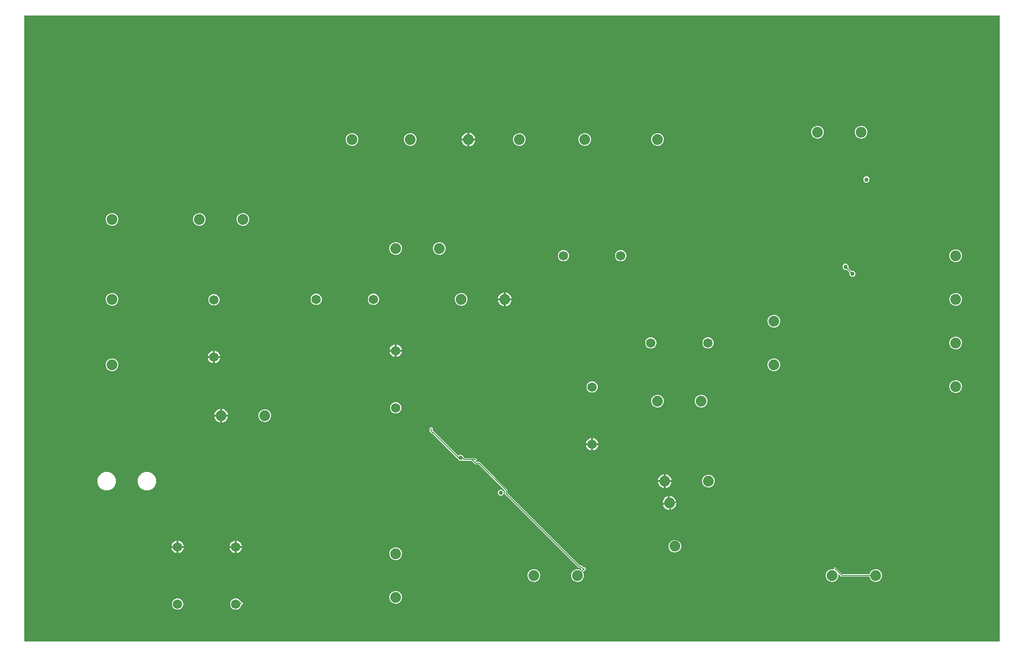
<source format=gbr>
G04 EAGLE Gerber RS-274X export*
G75*
%MOMM*%
%FSLAX34Y34*%
%LPD*%
%INBottom Copper*%
%IPPOS*%
%AMOC8*
5,1,8,0,0,1.08239X$1,22.5*%
G01*
%ADD10C,1.879600*%
%ADD11C,1.651000*%
%ADD12C,0.152400*%
%ADD13C,0.756400*%

G36*
X1612920Y-758D02*
X1612920Y-758D01*
X1612939Y-760D01*
X1613041Y-738D01*
X1613143Y-722D01*
X1613160Y-712D01*
X1613180Y-708D01*
X1613269Y-655D01*
X1613360Y-606D01*
X1613374Y-592D01*
X1613391Y-582D01*
X1613458Y-503D01*
X1613530Y-428D01*
X1613538Y-410D01*
X1613551Y-395D01*
X1613590Y-299D01*
X1613633Y-205D01*
X1613635Y-185D01*
X1613643Y-167D01*
X1613661Y0D01*
X1613661Y1092200D01*
X1613658Y1092220D01*
X1613660Y1092239D01*
X1613638Y1092341D01*
X1613622Y1092443D01*
X1613612Y1092460D01*
X1613608Y1092480D01*
X1613555Y1092569D01*
X1613506Y1092660D01*
X1613492Y1092674D01*
X1613482Y1092691D01*
X1613403Y1092758D01*
X1613328Y1092830D01*
X1613310Y1092838D01*
X1613295Y1092851D01*
X1613199Y1092890D01*
X1613105Y1092933D01*
X1613085Y1092935D01*
X1613067Y1092943D01*
X1612900Y1092961D01*
X-88900Y1092961D01*
X-88920Y1092958D01*
X-88939Y1092960D01*
X-89041Y1092938D01*
X-89143Y1092922D01*
X-89160Y1092912D01*
X-89180Y1092908D01*
X-89269Y1092855D01*
X-89360Y1092806D01*
X-89374Y1092792D01*
X-89391Y1092782D01*
X-89458Y1092703D01*
X-89530Y1092628D01*
X-89538Y1092610D01*
X-89551Y1092595D01*
X-89590Y1092499D01*
X-89633Y1092405D01*
X-89635Y1092385D01*
X-89643Y1092367D01*
X-89661Y1092200D01*
X-89661Y0D01*
X-89658Y-20D01*
X-89660Y-39D01*
X-89638Y-141D01*
X-89622Y-243D01*
X-89612Y-260D01*
X-89608Y-280D01*
X-89555Y-369D01*
X-89506Y-460D01*
X-89492Y-474D01*
X-89482Y-491D01*
X-89403Y-558D01*
X-89328Y-630D01*
X-89310Y-638D01*
X-89295Y-651D01*
X-89199Y-690D01*
X-89105Y-733D01*
X-89085Y-735D01*
X-89067Y-743D01*
X-88900Y-761D01*
X1612900Y-761D01*
X1612920Y-758D01*
G37*
%LPC*%
G36*
X874127Y103377D02*
X874127Y103377D01*
X870113Y105040D01*
X867040Y108113D01*
X865377Y112127D01*
X865377Y116473D01*
X867040Y120487D01*
X870113Y123560D01*
X874127Y125223D01*
X878473Y125223D01*
X881903Y123802D01*
X882017Y123775D01*
X882130Y123747D01*
X882137Y123747D01*
X882143Y123746D01*
X882259Y123757D01*
X882376Y123766D01*
X882381Y123768D01*
X882388Y123769D01*
X882495Y123817D01*
X882602Y123862D01*
X882608Y123867D01*
X882612Y123869D01*
X882626Y123881D01*
X882733Y123967D01*
X883196Y124430D01*
X883207Y124446D01*
X883223Y124458D01*
X883279Y124546D01*
X883339Y124629D01*
X883345Y124648D01*
X883356Y124665D01*
X883381Y124766D01*
X883412Y124865D01*
X883411Y124884D01*
X883416Y124904D01*
X883408Y125007D01*
X883405Y125110D01*
X883398Y125129D01*
X883397Y125149D01*
X883357Y125244D01*
X883321Y125341D01*
X883308Y125357D01*
X883301Y125375D01*
X883196Y125506D01*
X881672Y127030D01*
X881598Y127083D01*
X881528Y127143D01*
X881498Y127155D01*
X881472Y127174D01*
X881385Y127201D01*
X881300Y127235D01*
X881259Y127239D01*
X881237Y127246D01*
X881205Y127245D01*
X881133Y127253D01*
X878401Y127253D01*
X749045Y256609D01*
X749045Y262389D01*
X749031Y262480D01*
X749023Y262570D01*
X749011Y262600D01*
X749006Y262632D01*
X748963Y262713D01*
X748927Y262797D01*
X748901Y262829D01*
X748890Y262850D01*
X748867Y262872D01*
X748822Y262928D01*
X703364Y308386D01*
X703290Y308439D01*
X703220Y308499D01*
X703190Y308511D01*
X703164Y308530D01*
X703077Y308557D01*
X702992Y308591D01*
X702951Y308595D01*
X702929Y308602D01*
X702897Y308601D01*
X702825Y308609D01*
X697045Y308609D01*
X691172Y314482D01*
X691098Y314535D01*
X691028Y314595D01*
X690998Y314607D01*
X690972Y314626D01*
X690885Y314653D01*
X690800Y314687D01*
X690759Y314691D01*
X690737Y314698D01*
X690705Y314697D01*
X690633Y314705D01*
X677233Y314705D01*
X676282Y315656D01*
X676266Y315668D01*
X676253Y315684D01*
X676166Y315740D01*
X676082Y315800D01*
X676063Y315806D01*
X676046Y315817D01*
X675946Y315842D01*
X675847Y315872D01*
X675827Y315872D01*
X675808Y315877D01*
X675705Y315869D01*
X675601Y315866D01*
X675582Y315859D01*
X675562Y315857D01*
X675468Y315817D01*
X675370Y315781D01*
X675354Y315769D01*
X675336Y315761D01*
X675205Y315656D01*
X674282Y314733D01*
X669886Y314733D01*
X666777Y317842D01*
X666777Y318749D01*
X666763Y318840D01*
X666755Y318930D01*
X666743Y318960D01*
X666738Y318992D01*
X666695Y319073D01*
X666659Y319157D01*
X666633Y319189D01*
X666622Y319210D01*
X666599Y319232D01*
X666554Y319288D01*
X624116Y361726D01*
X624042Y361779D01*
X623972Y361839D01*
X623942Y361851D01*
X623916Y361870D01*
X623829Y361897D01*
X623744Y361931D01*
X623703Y361935D01*
X623681Y361942D01*
X623649Y361941D01*
X623577Y361949D01*
X622369Y361949D01*
X617981Y366337D01*
X617981Y371279D01*
X618266Y371564D01*
X619829Y373127D01*
X622231Y373127D01*
X623571Y371787D01*
X623571Y369893D01*
X623286Y369608D01*
X623232Y369534D01*
X623173Y369464D01*
X623161Y369434D01*
X623142Y369408D01*
X623115Y369321D01*
X623081Y369236D01*
X623077Y369195D01*
X623070Y369173D01*
X623071Y369141D01*
X623063Y369070D01*
X623063Y368877D01*
X623024Y368838D01*
X623013Y368822D01*
X622997Y368810D01*
X622941Y368722D01*
X622881Y368639D01*
X622875Y368620D01*
X622864Y368603D01*
X622839Y368502D01*
X622808Y368403D01*
X622809Y368384D01*
X622804Y368364D01*
X622812Y368261D01*
X622815Y368158D01*
X622822Y368139D01*
X622823Y368119D01*
X622863Y368024D01*
X622899Y367927D01*
X622912Y367911D01*
X622919Y367893D01*
X623024Y367762D01*
X624040Y366746D01*
X624114Y366693D01*
X624184Y366633D01*
X624214Y366621D01*
X624240Y366602D01*
X624327Y366575D01*
X624412Y366541D01*
X624453Y366537D01*
X624475Y366530D01*
X624507Y366531D01*
X624579Y366523D01*
X625787Y366523D01*
X667886Y324424D01*
X667902Y324412D01*
X667915Y324396D01*
X668002Y324340D01*
X668086Y324280D01*
X668105Y324274D01*
X668122Y324263D01*
X668222Y324238D01*
X668321Y324208D01*
X668341Y324208D01*
X668360Y324203D01*
X668463Y324211D01*
X668567Y324214D01*
X668586Y324221D01*
X668606Y324223D01*
X668700Y324263D01*
X668798Y324299D01*
X668814Y324311D01*
X668832Y324319D01*
X668963Y324424D01*
X669886Y325347D01*
X670793Y325347D01*
X670884Y325361D01*
X670974Y325369D01*
X670989Y325375D01*
X673184Y325375D01*
X673208Y325365D01*
X673249Y325361D01*
X673271Y325354D01*
X673303Y325355D01*
X673375Y325347D01*
X674282Y325347D01*
X677391Y322238D01*
X677391Y321331D01*
X677405Y321240D01*
X677413Y321150D01*
X677425Y321120D01*
X677430Y321088D01*
X677473Y321007D01*
X677509Y320923D01*
X677535Y320891D01*
X677546Y320870D01*
X677569Y320848D01*
X677614Y320792D01*
X678904Y319502D01*
X678978Y319449D01*
X679048Y319389D01*
X679078Y319377D01*
X679104Y319358D01*
X679191Y319331D01*
X679276Y319297D01*
X679317Y319293D01*
X679339Y319286D01*
X679371Y319287D01*
X679443Y319279D01*
X698939Y319279D01*
X700279Y317939D01*
X700279Y316045D01*
X698716Y314482D01*
X698705Y314467D01*
X698690Y314455D01*
X698662Y314411D01*
X698625Y314372D01*
X698603Y314325D01*
X698573Y314283D01*
X698567Y314265D01*
X698557Y314249D01*
X698544Y314197D01*
X698521Y314149D01*
X698516Y314097D01*
X698500Y314047D01*
X698501Y314029D01*
X698496Y314010D01*
X698500Y313957D01*
X698494Y313905D01*
X698505Y313853D01*
X698507Y313802D01*
X698513Y313784D01*
X698515Y313765D01*
X698535Y313716D01*
X698546Y313664D01*
X698573Y313619D01*
X698591Y313571D01*
X698603Y313556D01*
X698610Y313538D01*
X698645Y313499D01*
X698673Y313453D01*
X698712Y313419D01*
X698745Y313379D01*
X698761Y313368D01*
X698773Y313354D01*
X698835Y313314D01*
X698860Y313293D01*
X698881Y313285D01*
X698914Y313263D01*
X698934Y313257D01*
X698952Y313246D01*
X699021Y313228D01*
X699088Y313201D01*
X699127Y313197D01*
X699149Y313190D01*
X699170Y313191D01*
X699190Y313185D01*
X699213Y313187D01*
X699255Y313183D01*
X705035Y313183D01*
X753619Y264599D01*
X753619Y258819D01*
X753622Y258801D01*
X753620Y258786D01*
X753634Y258719D01*
X753641Y258638D01*
X753653Y258608D01*
X753658Y258576D01*
X753670Y258554D01*
X753672Y258545D01*
X753695Y258506D01*
X753701Y258495D01*
X753737Y258411D01*
X753763Y258379D01*
X753774Y258358D01*
X753797Y258336D01*
X753798Y258334D01*
X753800Y258333D01*
X753842Y258280D01*
X880072Y132050D01*
X880146Y131997D01*
X880216Y131937D01*
X880246Y131925D01*
X880272Y131906D01*
X880359Y131879D01*
X880444Y131845D01*
X880485Y131841D01*
X880507Y131834D01*
X880539Y131835D01*
X880611Y131827D01*
X883343Y131827D01*
X886430Y128740D01*
X886446Y128729D01*
X886458Y128713D01*
X886546Y128657D01*
X886629Y128597D01*
X886649Y128591D01*
X886665Y128580D01*
X886766Y128555D01*
X886865Y128524D01*
X886885Y128525D01*
X886904Y128520D01*
X887007Y128528D01*
X887110Y128531D01*
X887129Y128538D01*
X887149Y128539D01*
X887244Y128580D01*
X887341Y128615D01*
X887357Y128628D01*
X887375Y128635D01*
X887506Y128740D01*
X887545Y128779D01*
X889439Y128779D01*
X890779Y127439D01*
X890779Y125545D01*
X889478Y124244D01*
X885967Y120733D01*
X885899Y120639D01*
X885829Y120544D01*
X885827Y120538D01*
X885823Y120533D01*
X885789Y120422D01*
X885753Y120310D01*
X885753Y120304D01*
X885751Y120298D01*
X885754Y120181D01*
X885755Y120064D01*
X885757Y120057D01*
X885757Y120052D01*
X885764Y120035D01*
X885802Y119903D01*
X887223Y116473D01*
X887223Y112127D01*
X885560Y108113D01*
X882487Y105040D01*
X878473Y103377D01*
X874127Y103377D01*
G37*
%LPD*%
%LPC*%
G36*
X1318627Y103377D02*
X1318627Y103377D01*
X1314613Y105040D01*
X1311540Y108113D01*
X1309877Y112127D01*
X1309877Y116473D01*
X1311540Y120487D01*
X1314613Y123560D01*
X1318627Y125223D01*
X1322832Y125223D01*
X1322852Y125226D01*
X1322871Y125224D01*
X1322973Y125246D01*
X1323075Y125262D01*
X1323092Y125272D01*
X1323112Y125276D01*
X1323201Y125329D01*
X1323292Y125378D01*
X1323306Y125392D01*
X1323323Y125402D01*
X1323390Y125481D01*
X1323462Y125556D01*
X1323470Y125574D01*
X1323483Y125589D01*
X1323522Y125685D01*
X1323565Y125779D01*
X1323567Y125799D01*
X1323575Y125817D01*
X1323593Y125984D01*
X1323593Y127439D01*
X1324933Y128779D01*
X1326827Y128779D01*
X1338796Y116810D01*
X1338870Y116757D01*
X1338940Y116697D01*
X1338970Y116685D01*
X1338996Y116666D01*
X1339083Y116639D01*
X1339168Y116605D01*
X1339209Y116601D01*
X1339231Y116594D01*
X1339263Y116595D01*
X1339335Y116587D01*
X1385616Y116587D01*
X1385731Y116606D01*
X1385847Y116623D01*
X1385852Y116625D01*
X1385859Y116626D01*
X1385961Y116681D01*
X1386066Y116734D01*
X1386070Y116739D01*
X1386076Y116742D01*
X1386156Y116826D01*
X1386238Y116910D01*
X1386242Y116916D01*
X1386245Y116920D01*
X1386253Y116937D01*
X1386319Y117057D01*
X1387740Y120487D01*
X1390813Y123560D01*
X1394827Y125223D01*
X1399173Y125223D01*
X1403187Y123560D01*
X1406260Y120487D01*
X1407923Y116473D01*
X1407923Y112127D01*
X1406260Y108113D01*
X1403187Y105040D01*
X1399173Y103377D01*
X1394827Y103377D01*
X1390813Y105040D01*
X1387740Y108113D01*
X1386319Y111543D01*
X1386258Y111643D01*
X1386198Y111743D01*
X1386193Y111747D01*
X1386190Y111752D01*
X1386100Y111827D01*
X1386011Y111903D01*
X1386005Y111905D01*
X1386000Y111909D01*
X1385892Y111951D01*
X1385783Y111995D01*
X1385775Y111996D01*
X1385770Y111997D01*
X1385752Y111998D01*
X1385616Y112013D01*
X1337125Y112013D01*
X1333022Y116116D01*
X1332964Y116158D01*
X1332912Y116207D01*
X1332865Y116229D01*
X1332823Y116259D01*
X1332754Y116280D01*
X1332689Y116311D01*
X1332637Y116316D01*
X1332587Y116332D01*
X1332516Y116330D01*
X1332445Y116338D01*
X1332394Y116327D01*
X1332342Y116325D01*
X1332274Y116301D01*
X1332204Y116286D01*
X1332159Y116259D01*
X1332111Y116241D01*
X1332055Y116196D01*
X1331993Y116159D01*
X1331959Y116120D01*
X1331919Y116087D01*
X1331880Y116027D01*
X1331833Y115972D01*
X1331814Y115924D01*
X1331786Y115880D01*
X1331768Y115811D01*
X1331741Y115744D01*
X1331733Y115673D01*
X1331725Y115642D01*
X1331727Y115618D01*
X1331723Y115578D01*
X1331723Y112127D01*
X1330060Y108113D01*
X1326987Y105040D01*
X1322973Y103377D01*
X1318627Y103377D01*
G37*
%LPD*%
%LPC*%
G36*
X120885Y263239D02*
X120885Y263239D01*
X114946Y265700D01*
X110400Y270246D01*
X107939Y276185D01*
X107939Y282615D01*
X110400Y288554D01*
X114946Y293100D01*
X120885Y295561D01*
X127315Y295561D01*
X133254Y293100D01*
X137800Y288554D01*
X140261Y282615D01*
X140261Y276185D01*
X137800Y270246D01*
X133254Y265700D01*
X127315Y263239D01*
X120885Y263239D01*
G37*
%LPD*%
%LPC*%
G36*
X50885Y263239D02*
X50885Y263239D01*
X44946Y265700D01*
X40400Y270246D01*
X37939Y276185D01*
X37939Y282615D01*
X40400Y288554D01*
X44946Y293100D01*
X50885Y295561D01*
X57315Y295561D01*
X63254Y293100D01*
X67800Y288554D01*
X70261Y282615D01*
X70261Y276185D01*
X67800Y270246D01*
X63254Y265700D01*
X57315Y263239D01*
X50885Y263239D01*
G37*
%LPD*%
%LPC*%
G36*
X1013827Y408177D02*
X1013827Y408177D01*
X1009813Y409840D01*
X1006740Y412913D01*
X1005077Y416927D01*
X1005077Y421273D01*
X1006740Y425287D01*
X1009813Y428360D01*
X1013827Y430023D01*
X1018173Y430023D01*
X1022187Y428360D01*
X1025260Y425287D01*
X1026923Y421273D01*
X1026923Y416927D01*
X1025260Y412913D01*
X1022187Y409840D01*
X1018173Y408177D01*
X1013827Y408177D01*
G37*
%LPD*%
%LPC*%
G36*
X328027Y382777D02*
X328027Y382777D01*
X324013Y384440D01*
X320940Y387513D01*
X319277Y391527D01*
X319277Y395873D01*
X320940Y399887D01*
X324013Y402960D01*
X328027Y404623D01*
X332373Y404623D01*
X336387Y402960D01*
X339460Y399887D01*
X341123Y395873D01*
X341123Y391527D01*
X339460Y387513D01*
X336387Y384440D01*
X332373Y382777D01*
X328027Y382777D01*
G37*
%LPD*%
%LPC*%
G36*
X1013827Y865377D02*
X1013827Y865377D01*
X1009813Y867040D01*
X1006740Y870113D01*
X1005077Y874127D01*
X1005077Y878473D01*
X1006740Y882487D01*
X1009813Y885560D01*
X1013827Y887223D01*
X1018173Y887223D01*
X1022187Y885560D01*
X1025260Y882487D01*
X1026923Y878473D01*
X1026923Y874127D01*
X1025260Y870113D01*
X1022187Y867040D01*
X1018173Y865377D01*
X1013827Y865377D01*
G37*
%LPD*%
%LPC*%
G36*
X886827Y865377D02*
X886827Y865377D01*
X882813Y867040D01*
X879740Y870113D01*
X878077Y874127D01*
X878077Y878473D01*
X879740Y882487D01*
X882813Y885560D01*
X886827Y887223D01*
X891173Y887223D01*
X895187Y885560D01*
X898260Y882487D01*
X899923Y878473D01*
X899923Y874127D01*
X898260Y870113D01*
X895187Y867040D01*
X891173Y865377D01*
X886827Y865377D01*
G37*
%LPD*%
%LPC*%
G36*
X772527Y865377D02*
X772527Y865377D01*
X768513Y867040D01*
X765440Y870113D01*
X763777Y874127D01*
X763777Y878473D01*
X765440Y882487D01*
X768513Y885560D01*
X772527Y887223D01*
X776873Y887223D01*
X780887Y885560D01*
X783960Y882487D01*
X785623Y878473D01*
X785623Y874127D01*
X783960Y870113D01*
X780887Y867040D01*
X776873Y865377D01*
X772527Y865377D01*
G37*
%LPD*%
%LPC*%
G36*
X582027Y865377D02*
X582027Y865377D01*
X578013Y867040D01*
X574940Y870113D01*
X573277Y874127D01*
X573277Y878473D01*
X574940Y882487D01*
X578013Y885560D01*
X582027Y887223D01*
X586373Y887223D01*
X590387Y885560D01*
X593460Y882487D01*
X595123Y878473D01*
X595123Y874127D01*
X593460Y870113D01*
X590387Y867040D01*
X586373Y865377D01*
X582027Y865377D01*
G37*
%LPD*%
%LPC*%
G36*
X480427Y865377D02*
X480427Y865377D01*
X476413Y867040D01*
X473340Y870113D01*
X471677Y874127D01*
X471677Y878473D01*
X473340Y882487D01*
X476413Y885560D01*
X480427Y887223D01*
X484773Y887223D01*
X488787Y885560D01*
X491860Y882487D01*
X493523Y878473D01*
X493523Y874127D01*
X491860Y870113D01*
X488787Y867040D01*
X484773Y865377D01*
X480427Y865377D01*
G37*
%LPD*%
%LPC*%
G36*
X1534527Y433577D02*
X1534527Y433577D01*
X1530513Y435240D01*
X1527440Y438313D01*
X1525777Y442327D01*
X1525777Y446673D01*
X1527440Y450687D01*
X1530513Y453760D01*
X1534527Y455423D01*
X1538873Y455423D01*
X1542887Y453760D01*
X1545960Y450687D01*
X1547623Y446673D01*
X1547623Y442327D01*
X1545960Y438313D01*
X1542887Y435240D01*
X1538873Y433577D01*
X1534527Y433577D01*
G37*
%LPD*%
%LPC*%
G36*
X61327Y471677D02*
X61327Y471677D01*
X57313Y473340D01*
X54240Y476413D01*
X52577Y480427D01*
X52577Y484773D01*
X54240Y488787D01*
X57313Y491860D01*
X61327Y493523D01*
X65673Y493523D01*
X69687Y491860D01*
X72760Y488787D01*
X74423Y484773D01*
X74423Y480427D01*
X72760Y476413D01*
X69687Y473340D01*
X65673Y471677D01*
X61327Y471677D01*
G37*
%LPD*%
%LPC*%
G36*
X289927Y725677D02*
X289927Y725677D01*
X285913Y727340D01*
X282840Y730413D01*
X281177Y734427D01*
X281177Y738773D01*
X282840Y742787D01*
X285913Y745860D01*
X289927Y747523D01*
X294273Y747523D01*
X298287Y745860D01*
X301360Y742787D01*
X303023Y738773D01*
X303023Y734427D01*
X301360Y730413D01*
X298287Y727340D01*
X294273Y725677D01*
X289927Y725677D01*
G37*
%LPD*%
%LPC*%
G36*
X213727Y725677D02*
X213727Y725677D01*
X209713Y727340D01*
X206640Y730413D01*
X204977Y734427D01*
X204977Y738773D01*
X206640Y742787D01*
X209713Y745860D01*
X213727Y747523D01*
X218073Y747523D01*
X222087Y745860D01*
X225160Y742787D01*
X226823Y738773D01*
X226823Y734427D01*
X225160Y730413D01*
X222087Y727340D01*
X218073Y725677D01*
X213727Y725677D01*
G37*
%LPD*%
%LPC*%
G36*
X61327Y725677D02*
X61327Y725677D01*
X57313Y727340D01*
X54240Y730413D01*
X52577Y734427D01*
X52577Y738773D01*
X54240Y742787D01*
X57313Y745860D01*
X61327Y747523D01*
X65673Y747523D01*
X69687Y745860D01*
X72760Y742787D01*
X74423Y738773D01*
X74423Y734427D01*
X72760Y730413D01*
X69687Y727340D01*
X65673Y725677D01*
X61327Y725677D01*
G37*
%LPD*%
%LPC*%
G36*
X632827Y674877D02*
X632827Y674877D01*
X628813Y676540D01*
X625740Y679613D01*
X624077Y683627D01*
X624077Y687973D01*
X625740Y691987D01*
X628813Y695060D01*
X632827Y696723D01*
X637173Y696723D01*
X641187Y695060D01*
X644260Y691987D01*
X645923Y687973D01*
X645923Y683627D01*
X644260Y679613D01*
X641187Y676540D01*
X637173Y674877D01*
X632827Y674877D01*
G37*
%LPD*%
%LPC*%
G36*
X556627Y674877D02*
X556627Y674877D01*
X552613Y676540D01*
X549540Y679613D01*
X547877Y683627D01*
X547877Y687973D01*
X549540Y691987D01*
X552613Y695060D01*
X556627Y696723D01*
X560973Y696723D01*
X564987Y695060D01*
X568060Y691987D01*
X569723Y687973D01*
X569723Y683627D01*
X568060Y679613D01*
X564987Y676540D01*
X560973Y674877D01*
X556627Y674877D01*
G37*
%LPD*%
%LPC*%
G36*
X1534527Y662177D02*
X1534527Y662177D01*
X1530513Y663840D01*
X1527440Y666913D01*
X1525777Y670927D01*
X1525777Y675273D01*
X1527440Y679287D01*
X1530513Y682360D01*
X1534527Y684023D01*
X1538873Y684023D01*
X1542887Y682360D01*
X1545960Y679287D01*
X1547623Y675273D01*
X1547623Y670927D01*
X1545960Y666913D01*
X1542887Y663840D01*
X1538873Y662177D01*
X1534527Y662177D01*
G37*
%LPD*%
%LPC*%
G36*
X1369427Y878077D02*
X1369427Y878077D01*
X1365413Y879740D01*
X1362340Y882813D01*
X1360677Y886827D01*
X1360677Y891173D01*
X1362340Y895187D01*
X1365413Y898260D01*
X1369427Y899923D01*
X1373773Y899923D01*
X1377787Y898260D01*
X1380860Y895187D01*
X1382523Y891173D01*
X1382523Y886827D01*
X1380860Y882813D01*
X1377787Y879740D01*
X1373773Y878077D01*
X1369427Y878077D01*
G37*
%LPD*%
%LPC*%
G36*
X1534527Y509777D02*
X1534527Y509777D01*
X1530513Y511440D01*
X1527440Y514513D01*
X1525777Y518527D01*
X1525777Y522873D01*
X1527440Y526887D01*
X1530513Y529960D01*
X1534527Y531623D01*
X1538873Y531623D01*
X1542887Y529960D01*
X1545960Y526887D01*
X1547623Y522873D01*
X1547623Y518527D01*
X1545960Y514513D01*
X1542887Y511440D01*
X1538873Y509777D01*
X1534527Y509777D01*
G37*
%LPD*%
%LPC*%
G36*
X1217027Y547877D02*
X1217027Y547877D01*
X1213013Y549540D01*
X1209940Y552613D01*
X1208277Y556627D01*
X1208277Y560973D01*
X1209940Y564987D01*
X1213013Y568060D01*
X1217027Y569723D01*
X1221373Y569723D01*
X1225387Y568060D01*
X1228460Y564987D01*
X1230123Y560973D01*
X1230123Y556627D01*
X1228460Y552613D01*
X1225387Y549540D01*
X1221373Y547877D01*
X1217027Y547877D01*
G37*
%LPD*%
%LPC*%
G36*
X1217027Y471677D02*
X1217027Y471677D01*
X1213013Y473340D01*
X1209940Y476413D01*
X1208277Y480427D01*
X1208277Y484773D01*
X1209940Y488787D01*
X1213013Y491860D01*
X1217027Y493523D01*
X1221373Y493523D01*
X1225387Y491860D01*
X1228460Y488787D01*
X1230123Y484773D01*
X1230123Y480427D01*
X1228460Y476413D01*
X1225387Y473340D01*
X1221373Y471677D01*
X1217027Y471677D01*
G37*
%LPD*%
%LPC*%
G36*
X1102727Y268477D02*
X1102727Y268477D01*
X1098713Y270140D01*
X1095640Y273213D01*
X1093977Y277227D01*
X1093977Y281573D01*
X1095640Y285587D01*
X1098713Y288660D01*
X1102727Y290323D01*
X1107073Y290323D01*
X1111087Y288660D01*
X1114160Y285587D01*
X1115823Y281573D01*
X1115823Y277227D01*
X1114160Y273213D01*
X1111087Y270140D01*
X1107073Y268477D01*
X1102727Y268477D01*
G37*
%LPD*%
%LPC*%
G36*
X1534527Y585977D02*
X1534527Y585977D01*
X1530513Y587640D01*
X1527440Y590713D01*
X1525777Y594727D01*
X1525777Y599073D01*
X1527440Y603087D01*
X1530513Y606160D01*
X1534527Y607823D01*
X1538873Y607823D01*
X1542887Y606160D01*
X1545960Y603087D01*
X1547623Y599073D01*
X1547623Y594727D01*
X1545960Y590713D01*
X1542887Y587640D01*
X1538873Y585977D01*
X1534527Y585977D01*
G37*
%LPD*%
%LPC*%
G36*
X670927Y585977D02*
X670927Y585977D01*
X666913Y587640D01*
X663840Y590713D01*
X662177Y594727D01*
X662177Y599073D01*
X663840Y603087D01*
X666913Y606160D01*
X670927Y607823D01*
X675273Y607823D01*
X679287Y606160D01*
X682360Y603087D01*
X684023Y599073D01*
X684023Y594727D01*
X682360Y590713D01*
X679287Y587640D01*
X675273Y585977D01*
X670927Y585977D01*
G37*
%LPD*%
%LPC*%
G36*
X61327Y585977D02*
X61327Y585977D01*
X57313Y587640D01*
X54240Y590713D01*
X52577Y594727D01*
X52577Y599073D01*
X54240Y603087D01*
X57313Y606160D01*
X61327Y607823D01*
X65673Y607823D01*
X69687Y606160D01*
X72760Y603087D01*
X74423Y599073D01*
X74423Y594727D01*
X72760Y590713D01*
X69687Y587640D01*
X65673Y585977D01*
X61327Y585977D01*
G37*
%LPD*%
%LPC*%
G36*
X1090027Y408177D02*
X1090027Y408177D01*
X1086013Y409840D01*
X1082940Y412913D01*
X1081277Y416927D01*
X1081277Y421273D01*
X1082940Y425287D01*
X1086013Y428360D01*
X1090027Y430023D01*
X1094373Y430023D01*
X1098387Y428360D01*
X1101460Y425287D01*
X1103123Y421273D01*
X1103123Y416927D01*
X1101460Y412913D01*
X1098387Y409840D01*
X1094373Y408177D01*
X1090027Y408177D01*
G37*
%LPD*%
%LPC*%
G36*
X1043937Y154469D02*
X1043937Y154469D01*
X1039922Y156132D01*
X1036849Y159205D01*
X1035186Y163219D01*
X1035186Y167565D01*
X1036849Y171579D01*
X1039922Y174652D01*
X1043937Y176315D01*
X1048282Y176315D01*
X1052296Y174652D01*
X1055369Y171579D01*
X1057032Y167565D01*
X1057032Y163219D01*
X1055369Y159205D01*
X1052296Y156132D01*
X1048282Y154469D01*
X1043937Y154469D01*
G37*
%LPD*%
%LPC*%
G36*
X556627Y141477D02*
X556627Y141477D01*
X552613Y143140D01*
X549540Y146213D01*
X547877Y150227D01*
X547877Y154573D01*
X549540Y158587D01*
X552613Y161660D01*
X556627Y163323D01*
X560973Y163323D01*
X564987Y161660D01*
X568060Y158587D01*
X569723Y154573D01*
X569723Y150227D01*
X568060Y146213D01*
X564987Y143140D01*
X560973Y141477D01*
X556627Y141477D01*
G37*
%LPD*%
%LPC*%
G36*
X1293227Y878077D02*
X1293227Y878077D01*
X1289213Y879740D01*
X1286140Y882813D01*
X1284477Y886827D01*
X1284477Y891173D01*
X1286140Y895187D01*
X1289213Y898260D01*
X1293227Y899923D01*
X1297573Y899923D01*
X1301587Y898260D01*
X1304660Y895187D01*
X1306323Y891173D01*
X1306323Y886827D01*
X1304660Y882813D01*
X1301587Y879740D01*
X1297573Y878077D01*
X1293227Y878077D01*
G37*
%LPD*%
%LPC*%
G36*
X797927Y103377D02*
X797927Y103377D01*
X793913Y105040D01*
X790840Y108113D01*
X789177Y112127D01*
X789177Y116473D01*
X790840Y120487D01*
X793913Y123560D01*
X797927Y125223D01*
X802273Y125223D01*
X806287Y123560D01*
X809360Y120487D01*
X811023Y116473D01*
X811023Y112127D01*
X809360Y108113D01*
X806287Y105040D01*
X802273Y103377D01*
X797927Y103377D01*
G37*
%LPD*%
%LPC*%
G36*
X556627Y65277D02*
X556627Y65277D01*
X552613Y66940D01*
X549540Y70013D01*
X547877Y74027D01*
X547877Y78373D01*
X549540Y82387D01*
X552613Y85460D01*
X556627Y87123D01*
X560973Y87123D01*
X564987Y85460D01*
X568060Y82387D01*
X569723Y78373D01*
X569723Y74027D01*
X568060Y70013D01*
X564987Y66940D01*
X560973Y65277D01*
X556627Y65277D01*
G37*
%LPD*%
%LPC*%
G36*
X277455Y54520D02*
X277455Y54520D01*
X273860Y56009D01*
X271109Y58760D01*
X269620Y62355D01*
X269620Y66245D01*
X271109Y69840D01*
X273860Y72591D01*
X277455Y74080D01*
X281345Y74080D01*
X284940Y72591D01*
X287691Y69840D01*
X288333Y68289D01*
X288395Y68189D01*
X288455Y68089D01*
X288460Y68085D01*
X288463Y68080D01*
X288553Y68005D01*
X288642Y67929D01*
X288648Y67927D01*
X288652Y67923D01*
X288760Y67881D01*
X288870Y67837D01*
X288877Y67836D01*
X288882Y67835D01*
X288900Y67834D01*
X289037Y67819D01*
X290507Y67819D01*
X291847Y66479D01*
X291847Y64585D01*
X290507Y63245D01*
X289941Y63245D01*
X289921Y63242D01*
X289902Y63244D01*
X289800Y63222D01*
X289698Y63206D01*
X289681Y63196D01*
X289661Y63192D01*
X289572Y63139D01*
X289481Y63090D01*
X289467Y63076D01*
X289450Y63066D01*
X289383Y62987D01*
X289311Y62912D01*
X289303Y62894D01*
X289290Y62879D01*
X289251Y62783D01*
X289208Y62689D01*
X289206Y62669D01*
X289198Y62651D01*
X289180Y62484D01*
X289180Y62355D01*
X287691Y58760D01*
X284940Y56009D01*
X281345Y54520D01*
X277455Y54520D01*
G37*
%LPD*%
%LPC*%
G36*
X517955Y587120D02*
X517955Y587120D01*
X514360Y588609D01*
X511609Y591360D01*
X510120Y594955D01*
X510120Y598845D01*
X511609Y602440D01*
X514360Y605191D01*
X517955Y606680D01*
X521845Y606680D01*
X525440Y605191D01*
X528191Y602440D01*
X529680Y598845D01*
X529680Y594955D01*
X528191Y591360D01*
X525440Y588609D01*
X521845Y587120D01*
X517955Y587120D01*
G37*
%LPD*%
%LPC*%
G36*
X1102155Y510920D02*
X1102155Y510920D01*
X1098560Y512409D01*
X1095809Y515160D01*
X1094320Y518755D01*
X1094320Y522645D01*
X1095809Y526240D01*
X1098560Y528991D01*
X1102155Y530480D01*
X1106045Y530480D01*
X1109640Y528991D01*
X1112391Y526240D01*
X1113880Y522645D01*
X1113880Y518755D01*
X1112391Y515160D01*
X1109640Y512409D01*
X1106045Y510920D01*
X1102155Y510920D01*
G37*
%LPD*%
%LPC*%
G36*
X949755Y663320D02*
X949755Y663320D01*
X946160Y664809D01*
X943409Y667560D01*
X941920Y671155D01*
X941920Y675045D01*
X943409Y678640D01*
X946160Y681391D01*
X949755Y682880D01*
X953645Y682880D01*
X957240Y681391D01*
X959991Y678640D01*
X961480Y675045D01*
X961480Y671155D01*
X959991Y667560D01*
X957240Y664809D01*
X953645Y663320D01*
X949755Y663320D01*
G37*
%LPD*%
%LPC*%
G36*
X1002155Y510920D02*
X1002155Y510920D01*
X998560Y512409D01*
X995809Y515160D01*
X994320Y518755D01*
X994320Y522645D01*
X995809Y526240D01*
X998560Y528991D01*
X1002155Y530480D01*
X1006045Y530480D01*
X1009640Y528991D01*
X1012391Y526240D01*
X1013880Y522645D01*
X1013880Y518755D01*
X1012391Y515160D01*
X1009640Y512409D01*
X1006045Y510920D01*
X1002155Y510920D01*
G37*
%LPD*%
%LPC*%
G36*
X899755Y433920D02*
X899755Y433920D01*
X896160Y435409D01*
X893409Y438160D01*
X891920Y441755D01*
X891920Y445645D01*
X893409Y449240D01*
X896160Y451991D01*
X899755Y453480D01*
X903645Y453480D01*
X907240Y451991D01*
X909991Y449240D01*
X911480Y445645D01*
X911480Y441755D01*
X909991Y438160D01*
X907240Y435409D01*
X903645Y433920D01*
X899755Y433920D01*
G37*
%LPD*%
%LPC*%
G36*
X556855Y397420D02*
X556855Y397420D01*
X553260Y398909D01*
X550509Y401660D01*
X549020Y405255D01*
X549020Y409145D01*
X550509Y412740D01*
X553260Y415491D01*
X556855Y416980D01*
X560745Y416980D01*
X564340Y415491D01*
X567091Y412740D01*
X568580Y409145D01*
X568580Y405255D01*
X567091Y401660D01*
X564340Y398909D01*
X560745Y397420D01*
X556855Y397420D01*
G37*
%LPD*%
%LPC*%
G36*
X417955Y587120D02*
X417955Y587120D01*
X414360Y588609D01*
X411609Y591360D01*
X410120Y594955D01*
X410120Y598845D01*
X411609Y602440D01*
X414360Y605191D01*
X417955Y606680D01*
X421845Y606680D01*
X425440Y605191D01*
X428191Y602440D01*
X429680Y598845D01*
X429680Y594955D01*
X428191Y591360D01*
X425440Y588609D01*
X421845Y587120D01*
X417955Y587120D01*
G37*
%LPD*%
%LPC*%
G36*
X849755Y663320D02*
X849755Y663320D01*
X846160Y664809D01*
X843409Y667560D01*
X841920Y671155D01*
X841920Y675045D01*
X843409Y678640D01*
X846160Y681391D01*
X849755Y682880D01*
X853645Y682880D01*
X857240Y681391D01*
X859991Y678640D01*
X861480Y675045D01*
X861480Y671155D01*
X859991Y667560D01*
X857240Y664809D01*
X853645Y663320D01*
X849755Y663320D01*
G37*
%LPD*%
%LPC*%
G36*
X239355Y586320D02*
X239355Y586320D01*
X235760Y587809D01*
X233009Y590560D01*
X231520Y594155D01*
X231520Y598045D01*
X233009Y601640D01*
X235760Y604391D01*
X239355Y605880D01*
X243245Y605880D01*
X246840Y604391D01*
X249591Y601640D01*
X251080Y598045D01*
X251080Y594155D01*
X249591Y590560D01*
X246840Y587809D01*
X243245Y586320D01*
X239355Y586320D01*
G37*
%LPD*%
%LPC*%
G36*
X175855Y54520D02*
X175855Y54520D01*
X172260Y56009D01*
X169509Y58760D01*
X168020Y62355D01*
X168020Y66245D01*
X169509Y69840D01*
X172260Y72591D01*
X175855Y74080D01*
X179745Y74080D01*
X183340Y72591D01*
X186091Y69840D01*
X187580Y66245D01*
X187580Y62355D01*
X186091Y58760D01*
X183340Y56009D01*
X179745Y54520D01*
X175855Y54520D01*
G37*
%LPD*%
%LPC*%
G36*
X1354162Y636297D02*
X1354162Y636297D01*
X1351053Y639406D01*
X1351053Y643361D01*
X1351039Y643452D01*
X1351031Y643542D01*
X1351019Y643572D01*
X1351014Y643604D01*
X1350971Y643685D01*
X1350935Y643769D01*
X1350909Y643801D01*
X1350898Y643822D01*
X1350875Y643844D01*
X1350830Y643900D01*
X1346464Y648266D01*
X1346390Y648319D01*
X1346320Y648379D01*
X1346290Y648391D01*
X1346264Y648410D01*
X1346177Y648437D01*
X1346092Y648471D01*
X1346051Y648475D01*
X1346029Y648482D01*
X1345997Y648481D01*
X1345925Y648489D01*
X1341970Y648489D01*
X1338861Y651598D01*
X1338861Y655994D01*
X1341970Y659103D01*
X1346366Y659103D01*
X1349475Y655994D01*
X1349475Y652039D01*
X1349489Y651948D01*
X1349497Y651858D01*
X1349509Y651828D01*
X1349514Y651796D01*
X1349557Y651715D01*
X1349593Y651631D01*
X1349619Y651599D01*
X1349630Y651578D01*
X1349653Y651556D01*
X1349698Y651500D01*
X1354064Y647134D01*
X1354138Y647081D01*
X1354208Y647021D01*
X1354238Y647009D01*
X1354264Y646990D01*
X1354351Y646963D01*
X1354436Y646929D01*
X1354477Y646925D01*
X1354499Y646918D01*
X1354531Y646919D01*
X1354603Y646911D01*
X1358558Y646911D01*
X1361667Y643802D01*
X1361667Y639406D01*
X1358558Y636297D01*
X1354162Y636297D01*
G37*
%LPD*%
%LPC*%
G36*
X1378546Y800889D02*
X1378546Y800889D01*
X1375437Y803998D01*
X1375437Y808394D01*
X1378546Y811503D01*
X1382942Y811503D01*
X1386051Y808394D01*
X1386051Y803998D01*
X1382942Y800889D01*
X1378546Y800889D01*
G37*
%LPD*%
%LPC*%
G36*
X739990Y253773D02*
X739990Y253773D01*
X736881Y256882D01*
X736881Y261278D01*
X739990Y264387D01*
X744386Y264387D01*
X747495Y261278D01*
X747495Y256882D01*
X744386Y253773D01*
X739990Y253773D01*
G37*
%LPD*%
%LPC*%
G36*
X1036739Y252947D02*
X1036739Y252947D01*
X1037630Y252947D01*
X1039486Y252653D01*
X1041274Y252072D01*
X1042948Y251219D01*
X1044468Y250114D01*
X1045797Y248786D01*
X1046902Y247265D01*
X1047755Y245591D01*
X1048276Y243986D01*
X1038014Y242708D01*
X1036739Y252947D01*
G37*
%LPD*%
%LPC*%
G36*
X1024752Y241947D02*
X1024752Y241947D01*
X1025046Y243803D01*
X1025627Y245591D01*
X1026480Y247265D01*
X1027585Y248786D01*
X1028913Y250114D01*
X1030434Y251219D01*
X1032108Y252072D01*
X1033713Y252593D01*
X1034991Y242331D01*
X1024752Y241056D01*
X1024752Y241947D01*
G37*
%LPD*%
%LPC*%
G36*
X1038391Y239685D02*
X1038391Y239685D01*
X1048630Y240960D01*
X1048630Y240068D01*
X1048336Y238212D01*
X1047755Y236425D01*
X1046902Y234751D01*
X1045797Y233230D01*
X1044468Y231902D01*
X1042948Y230797D01*
X1041274Y229944D01*
X1039669Y229422D01*
X1038391Y239685D01*
G37*
%LPD*%
%LPC*%
G36*
X1035751Y229069D02*
X1035751Y229069D01*
X1033895Y229363D01*
X1032108Y229944D01*
X1030434Y230797D01*
X1028913Y231902D01*
X1027585Y233230D01*
X1026480Y234751D01*
X1025627Y236425D01*
X1025105Y238030D01*
X1035367Y239308D01*
X1036643Y229069D01*
X1035751Y229069D01*
G37*
%LPD*%
%LPC*%
G36*
X255523Y395223D02*
X255523Y395223D01*
X255523Y405546D01*
X256796Y405345D01*
X258583Y404764D01*
X260257Y403911D01*
X261778Y402806D01*
X263106Y401478D01*
X264211Y399957D01*
X265064Y398283D01*
X265645Y396496D01*
X265846Y395223D01*
X255523Y395223D01*
G37*
%LPD*%
%LPC*%
G36*
X687323Y877823D02*
X687323Y877823D01*
X687323Y888146D01*
X688596Y887945D01*
X690383Y887364D01*
X692057Y886511D01*
X693578Y885406D01*
X694906Y884078D01*
X696011Y882557D01*
X696864Y880883D01*
X697445Y879096D01*
X697646Y877823D01*
X687323Y877823D01*
G37*
%LPD*%
%LPC*%
G36*
X750823Y598423D02*
X750823Y598423D01*
X750823Y608746D01*
X752096Y608545D01*
X753883Y607964D01*
X755557Y607111D01*
X757078Y606006D01*
X758406Y604678D01*
X759511Y603157D01*
X760364Y601483D01*
X760945Y599696D01*
X761146Y598423D01*
X750823Y598423D01*
G37*
%LPD*%
%LPC*%
G36*
X1030223Y280923D02*
X1030223Y280923D01*
X1030223Y291246D01*
X1031496Y291045D01*
X1033283Y290464D01*
X1034957Y289611D01*
X1036478Y288506D01*
X1037806Y287178D01*
X1038911Y285657D01*
X1039764Y283983D01*
X1040345Y282196D01*
X1040546Y280923D01*
X1030223Y280923D01*
G37*
%LPD*%
%LPC*%
G36*
X750823Y595377D02*
X750823Y595377D01*
X761146Y595377D01*
X760945Y594104D01*
X760364Y592317D01*
X759511Y590643D01*
X758406Y589122D01*
X757078Y587794D01*
X755557Y586689D01*
X753883Y585836D01*
X752096Y585255D01*
X750823Y585054D01*
X750823Y595377D01*
G37*
%LPD*%
%LPC*%
G36*
X737454Y598423D02*
X737454Y598423D01*
X737655Y599696D01*
X738236Y601483D01*
X739089Y603157D01*
X740194Y604678D01*
X741522Y606006D01*
X743043Y607111D01*
X744717Y607964D01*
X746504Y608545D01*
X747777Y608746D01*
X747777Y598423D01*
X737454Y598423D01*
G37*
%LPD*%
%LPC*%
G36*
X242154Y395223D02*
X242154Y395223D01*
X242355Y396496D01*
X242936Y398283D01*
X243789Y399957D01*
X244894Y401478D01*
X246222Y402806D01*
X247743Y403911D01*
X249417Y404764D01*
X251204Y405345D01*
X252477Y405546D01*
X252477Y395223D01*
X242154Y395223D01*
G37*
%LPD*%
%LPC*%
G36*
X255523Y392177D02*
X255523Y392177D01*
X265846Y392177D01*
X265645Y390904D01*
X265064Y389117D01*
X264211Y387443D01*
X263106Y385922D01*
X261778Y384594D01*
X260257Y383489D01*
X258583Y382636D01*
X256796Y382055D01*
X255523Y381854D01*
X255523Y392177D01*
G37*
%LPD*%
%LPC*%
G36*
X1016854Y280923D02*
X1016854Y280923D01*
X1017055Y282196D01*
X1017636Y283983D01*
X1018489Y285657D01*
X1019594Y287178D01*
X1020922Y288506D01*
X1022443Y289611D01*
X1024117Y290464D01*
X1025904Y291045D01*
X1027177Y291246D01*
X1027177Y280923D01*
X1016854Y280923D01*
G37*
%LPD*%
%LPC*%
G36*
X1030223Y277877D02*
X1030223Y277877D01*
X1040546Y277877D01*
X1040345Y276604D01*
X1039764Y274817D01*
X1038911Y273143D01*
X1037806Y271622D01*
X1036478Y270294D01*
X1034957Y269189D01*
X1033283Y268336D01*
X1031496Y267755D01*
X1030223Y267554D01*
X1030223Y277877D01*
G37*
%LPD*%
%LPC*%
G36*
X673954Y877823D02*
X673954Y877823D01*
X674155Y879096D01*
X674736Y880883D01*
X675589Y882557D01*
X676694Y884078D01*
X678022Y885406D01*
X679543Y886511D01*
X681217Y887364D01*
X683004Y887945D01*
X684277Y888146D01*
X684277Y877823D01*
X673954Y877823D01*
G37*
%LPD*%
%LPC*%
G36*
X687323Y874777D02*
X687323Y874777D01*
X697646Y874777D01*
X697445Y873504D01*
X696864Y871717D01*
X696011Y870043D01*
X694906Y868522D01*
X693578Y867194D01*
X692057Y866089D01*
X690383Y865236D01*
X688596Y864655D01*
X687323Y864454D01*
X687323Y874777D01*
G37*
%LPD*%
%LPC*%
G36*
X746504Y585255D02*
X746504Y585255D01*
X744717Y585836D01*
X743043Y586689D01*
X741522Y587794D01*
X740194Y589122D01*
X739089Y590643D01*
X738236Y592317D01*
X737655Y594104D01*
X737454Y595377D01*
X747777Y595377D01*
X747777Y585054D01*
X746504Y585255D01*
G37*
%LPD*%
%LPC*%
G36*
X683004Y864655D02*
X683004Y864655D01*
X681217Y865236D01*
X679543Y866089D01*
X678022Y867194D01*
X676694Y868522D01*
X675589Y870043D01*
X674736Y871717D01*
X674155Y873504D01*
X673954Y874777D01*
X684277Y874777D01*
X684277Y864454D01*
X683004Y864655D01*
G37*
%LPD*%
%LPC*%
G36*
X1025904Y267755D02*
X1025904Y267755D01*
X1024117Y268336D01*
X1022443Y269189D01*
X1020922Y270294D01*
X1019594Y271622D01*
X1018489Y273143D01*
X1017636Y274817D01*
X1017055Y276604D01*
X1016854Y277877D01*
X1027177Y277877D01*
X1027177Y267554D01*
X1025904Y267755D01*
G37*
%LPD*%
%LPC*%
G36*
X251204Y382055D02*
X251204Y382055D01*
X249417Y382636D01*
X247743Y383489D01*
X246222Y384594D01*
X244894Y385922D01*
X243789Y387443D01*
X242936Y389117D01*
X242355Y390904D01*
X242154Y392177D01*
X252477Y392177D01*
X252477Y381854D01*
X251204Y382055D01*
G37*
%LPD*%
%LPC*%
G36*
X560323Y508723D02*
X560323Y508723D01*
X560323Y517889D01*
X561328Y517730D01*
X562944Y517205D01*
X564458Y516433D01*
X565833Y515434D01*
X567034Y514233D01*
X568033Y512858D01*
X568805Y511344D01*
X569330Y509728D01*
X569489Y508723D01*
X560323Y508723D01*
G37*
%LPD*%
%LPC*%
G36*
X179323Y165823D02*
X179323Y165823D01*
X179323Y174989D01*
X180328Y174830D01*
X181944Y174305D01*
X183458Y173533D01*
X184833Y172534D01*
X186034Y171333D01*
X187033Y169958D01*
X187805Y168444D01*
X188330Y166828D01*
X188489Y165823D01*
X179323Y165823D01*
G37*
%LPD*%
%LPC*%
G36*
X242823Y497623D02*
X242823Y497623D01*
X242823Y506789D01*
X243828Y506630D01*
X245444Y506105D01*
X246958Y505333D01*
X248333Y504334D01*
X249534Y503133D01*
X250533Y501758D01*
X251305Y500244D01*
X251830Y498628D01*
X251989Y497623D01*
X242823Y497623D01*
G37*
%LPD*%
%LPC*%
G36*
X280923Y165823D02*
X280923Y165823D01*
X280923Y174989D01*
X281928Y174830D01*
X283544Y174305D01*
X285058Y173533D01*
X286433Y172534D01*
X287634Y171333D01*
X288633Y169958D01*
X289405Y168444D01*
X289930Y166828D01*
X290089Y165823D01*
X280923Y165823D01*
G37*
%LPD*%
%LPC*%
G36*
X903223Y345223D02*
X903223Y345223D01*
X903223Y354389D01*
X904228Y354230D01*
X905844Y353705D01*
X907358Y352933D01*
X908733Y351934D01*
X909934Y350733D01*
X910933Y349358D01*
X911705Y347844D01*
X912230Y346228D01*
X912389Y345223D01*
X903223Y345223D01*
G37*
%LPD*%
%LPC*%
G36*
X268711Y165823D02*
X268711Y165823D01*
X268870Y166828D01*
X269395Y168444D01*
X270167Y169958D01*
X271166Y171333D01*
X272367Y172534D01*
X273742Y173533D01*
X275256Y174305D01*
X276872Y174830D01*
X277877Y174989D01*
X277877Y165823D01*
X268711Y165823D01*
G37*
%LPD*%
%LPC*%
G36*
X903223Y342177D02*
X903223Y342177D01*
X912389Y342177D01*
X912230Y341172D01*
X911705Y339556D01*
X910933Y338042D01*
X909934Y336667D01*
X908733Y335466D01*
X907358Y334467D01*
X905844Y333695D01*
X904228Y333170D01*
X903223Y333011D01*
X903223Y342177D01*
G37*
%LPD*%
%LPC*%
G36*
X548111Y508723D02*
X548111Y508723D01*
X548270Y509728D01*
X548795Y511344D01*
X549567Y512858D01*
X550566Y514233D01*
X551767Y515434D01*
X553142Y516433D01*
X554656Y517205D01*
X556272Y517730D01*
X557277Y517889D01*
X557277Y508723D01*
X548111Y508723D01*
G37*
%LPD*%
%LPC*%
G36*
X230611Y497623D02*
X230611Y497623D01*
X230770Y498628D01*
X231295Y500244D01*
X232067Y501758D01*
X233066Y503133D01*
X234267Y504334D01*
X235642Y505333D01*
X237156Y506105D01*
X238772Y506630D01*
X239777Y506789D01*
X239777Y497623D01*
X230611Y497623D01*
G37*
%LPD*%
%LPC*%
G36*
X560323Y505677D02*
X560323Y505677D01*
X569489Y505677D01*
X569330Y504672D01*
X568805Y503056D01*
X568033Y501542D01*
X567034Y500167D01*
X565833Y498966D01*
X564458Y497967D01*
X562944Y497195D01*
X561328Y496670D01*
X560323Y496511D01*
X560323Y505677D01*
G37*
%LPD*%
%LPC*%
G36*
X167111Y165823D02*
X167111Y165823D01*
X167270Y166828D01*
X167795Y168444D01*
X168567Y169958D01*
X169566Y171333D01*
X170767Y172534D01*
X172142Y173533D01*
X173656Y174305D01*
X175272Y174830D01*
X176277Y174989D01*
X176277Y165823D01*
X167111Y165823D01*
G37*
%LPD*%
%LPC*%
G36*
X242823Y494577D02*
X242823Y494577D01*
X251989Y494577D01*
X251830Y493572D01*
X251305Y491956D01*
X250533Y490442D01*
X249534Y489067D01*
X248333Y487866D01*
X246958Y486867D01*
X245444Y486095D01*
X243828Y485570D01*
X242823Y485411D01*
X242823Y494577D01*
G37*
%LPD*%
%LPC*%
G36*
X280923Y162777D02*
X280923Y162777D01*
X290089Y162777D01*
X289930Y161772D01*
X289405Y160156D01*
X288633Y158642D01*
X287634Y157267D01*
X286433Y156066D01*
X285058Y155067D01*
X283544Y154295D01*
X281928Y153770D01*
X280923Y153611D01*
X280923Y162777D01*
G37*
%LPD*%
%LPC*%
G36*
X179323Y162777D02*
X179323Y162777D01*
X188489Y162777D01*
X188330Y161772D01*
X187805Y160156D01*
X187033Y158642D01*
X186034Y157267D01*
X184833Y156066D01*
X183458Y155067D01*
X181944Y154295D01*
X180328Y153770D01*
X179323Y153611D01*
X179323Y162777D01*
G37*
%LPD*%
%LPC*%
G36*
X891011Y345223D02*
X891011Y345223D01*
X891170Y346228D01*
X891695Y347844D01*
X892467Y349358D01*
X893466Y350733D01*
X894667Y351934D01*
X896042Y352933D01*
X897556Y353705D01*
X899172Y354230D01*
X900177Y354389D01*
X900177Y345223D01*
X891011Y345223D01*
G37*
%LPD*%
%LPC*%
G36*
X899172Y333170D02*
X899172Y333170D01*
X897556Y333695D01*
X896042Y334467D01*
X894667Y335466D01*
X893466Y336667D01*
X892467Y338042D01*
X891695Y339556D01*
X891170Y341172D01*
X891011Y342177D01*
X900177Y342177D01*
X900177Y333011D01*
X899172Y333170D01*
G37*
%LPD*%
%LPC*%
G36*
X238772Y485570D02*
X238772Y485570D01*
X237156Y486095D01*
X235642Y486867D01*
X234267Y487866D01*
X233066Y489067D01*
X232067Y490442D01*
X231295Y491956D01*
X230770Y493572D01*
X230611Y494577D01*
X239777Y494577D01*
X239777Y485411D01*
X238772Y485570D01*
G37*
%LPD*%
%LPC*%
G36*
X556272Y496670D02*
X556272Y496670D01*
X554656Y497195D01*
X553142Y497967D01*
X551767Y498966D01*
X550566Y500167D01*
X549567Y501542D01*
X548795Y503056D01*
X548270Y504672D01*
X548111Y505677D01*
X557277Y505677D01*
X557277Y496511D01*
X556272Y496670D01*
G37*
%LPD*%
%LPC*%
G36*
X276872Y153770D02*
X276872Y153770D01*
X275256Y154295D01*
X273742Y155067D01*
X272367Y156066D01*
X271166Y157267D01*
X270167Y158642D01*
X269395Y160156D01*
X268870Y161772D01*
X268711Y162777D01*
X277877Y162777D01*
X277877Y153611D01*
X276872Y153770D01*
G37*
%LPD*%
%LPC*%
G36*
X175272Y153770D02*
X175272Y153770D01*
X173656Y154295D01*
X172142Y155067D01*
X170767Y156066D01*
X169566Y157267D01*
X168567Y158642D01*
X167795Y160156D01*
X167270Y161772D01*
X167111Y162777D01*
X176277Y162777D01*
X176277Y153611D01*
X175272Y153770D01*
G37*
%LPD*%
%LPC*%
G36*
X901699Y343699D02*
X901699Y343699D01*
X901699Y343701D01*
X901701Y343701D01*
X901701Y343699D01*
X901699Y343699D01*
G37*
%LPD*%
%LPC*%
G36*
X241299Y496099D02*
X241299Y496099D01*
X241299Y496101D01*
X241301Y496101D01*
X241301Y496099D01*
X241299Y496099D01*
G37*
%LPD*%
%LPC*%
G36*
X749299Y596899D02*
X749299Y596899D01*
X749299Y596901D01*
X749301Y596901D01*
X749301Y596899D01*
X749299Y596899D01*
G37*
%LPD*%
%LPC*%
G36*
X1028699Y279399D02*
X1028699Y279399D01*
X1028699Y279401D01*
X1028701Y279401D01*
X1028701Y279399D01*
X1028699Y279399D01*
G37*
%LPD*%
%LPC*%
G36*
X279399Y164299D02*
X279399Y164299D01*
X279399Y164301D01*
X279401Y164301D01*
X279401Y164299D01*
X279399Y164299D01*
G37*
%LPD*%
%LPC*%
G36*
X558799Y507199D02*
X558799Y507199D01*
X558799Y507201D01*
X558801Y507201D01*
X558801Y507199D01*
X558799Y507199D01*
G37*
%LPD*%
%LPC*%
G36*
X177799Y164299D02*
X177799Y164299D01*
X177799Y164301D01*
X177801Y164301D01*
X177801Y164299D01*
X177799Y164299D01*
G37*
%LPD*%
%LPC*%
G36*
X685799Y876299D02*
X685799Y876299D01*
X685799Y876301D01*
X685801Y876301D01*
X685801Y876299D01*
X685799Y876299D01*
G37*
%LPD*%
%LPC*%
G36*
X253999Y393699D02*
X253999Y393699D01*
X253999Y393701D01*
X254001Y393701D01*
X254001Y393699D01*
X253999Y393699D01*
G37*
%LPD*%
%LPC*%
G36*
X1036690Y241009D02*
X1036690Y241009D01*
X1036692Y241009D01*
X1036692Y241007D01*
X1036690Y241007D01*
X1036690Y241009D01*
G37*
%LPD*%
D10*
X482600Y876300D03*
D11*
X901700Y443700D03*
X901700Y343700D03*
X419900Y596900D03*
X519900Y596900D03*
X851700Y673100D03*
X951700Y673100D03*
X558800Y407200D03*
X558800Y507200D03*
X1004100Y520700D03*
X1104100Y520700D03*
D10*
X685800Y876300D03*
X63500Y736600D03*
X584200Y876300D03*
X1016000Y876300D03*
X889000Y876300D03*
X215900Y736600D03*
X292100Y736600D03*
X1536700Y520700D03*
X1536700Y444500D03*
X1219200Y482600D03*
X1219200Y558800D03*
X558800Y685800D03*
X635000Y685800D03*
X1016000Y419100D03*
X1092200Y419100D03*
X673100Y596900D03*
X749300Y596900D03*
X1320800Y114300D03*
X1397000Y114300D03*
X1295400Y889000D03*
X1371600Y889000D03*
X1036691Y241008D03*
X1046109Y165392D03*
X1536700Y673100D03*
X1536700Y596900D03*
X1028700Y279400D03*
X1104900Y279400D03*
X558800Y76200D03*
X558800Y152400D03*
X63500Y596900D03*
X774700Y876300D03*
X63500Y482600D03*
X876300Y114300D03*
X800100Y114300D03*
X254000Y393700D03*
X330200Y393700D03*
D11*
X241300Y596100D03*
X241300Y496100D03*
X279400Y64300D03*
X279400Y164300D03*
X177800Y64300D03*
X177800Y164300D03*
D12*
X558800Y76200D02*
X559308Y76200D01*
D13*
X742188Y259080D03*
D12*
X1028700Y279400D02*
X1028700Y280416D01*
D13*
X1162812Y310896D03*
D12*
X1295400Y888492D02*
X1298448Y888492D01*
X1295400Y888492D02*
X1295400Y889000D01*
D13*
X1380744Y806196D03*
D12*
X620776Y370840D02*
X620776Y369824D01*
X483108Y876300D02*
X482600Y876300D01*
X1338072Y114300D02*
X1397000Y114300D01*
X1338072Y114300D02*
X1325880Y126492D01*
X886968Y124968D02*
X876300Y114300D01*
X886968Y124968D02*
X888492Y126492D01*
X621284Y370840D02*
X620776Y370840D01*
D13*
X672084Y320040D03*
D12*
X678180Y316992D02*
X691896Y316992D01*
X697992Y316992D01*
X678180Y316992D02*
X672084Y323088D01*
X672084Y320040D01*
X289560Y65532D02*
X280416Y65532D01*
X279400Y64300D01*
X620268Y367284D02*
X620268Y370332D01*
X620268Y367284D02*
X623316Y364236D01*
X624840Y364236D01*
X669036Y320040D01*
X672084Y320040D01*
X620776Y370840D02*
X620268Y370332D01*
X704088Y310896D02*
X751332Y263652D01*
X704088Y310896D02*
X697992Y310896D01*
X691896Y316992D01*
X751332Y263652D02*
X751332Y257556D01*
X879348Y129540D01*
X882396Y129540D01*
X886968Y124968D01*
X1356360Y641604D02*
X1344168Y653796D01*
D13*
X1356360Y641604D03*
X1344168Y653796D03*
D12*
X1004100Y520700D02*
X1002792Y519684D01*
X559308Y408432D02*
X558800Y407200D01*
X851408Y672084D02*
X851700Y673100D01*
M02*

</source>
